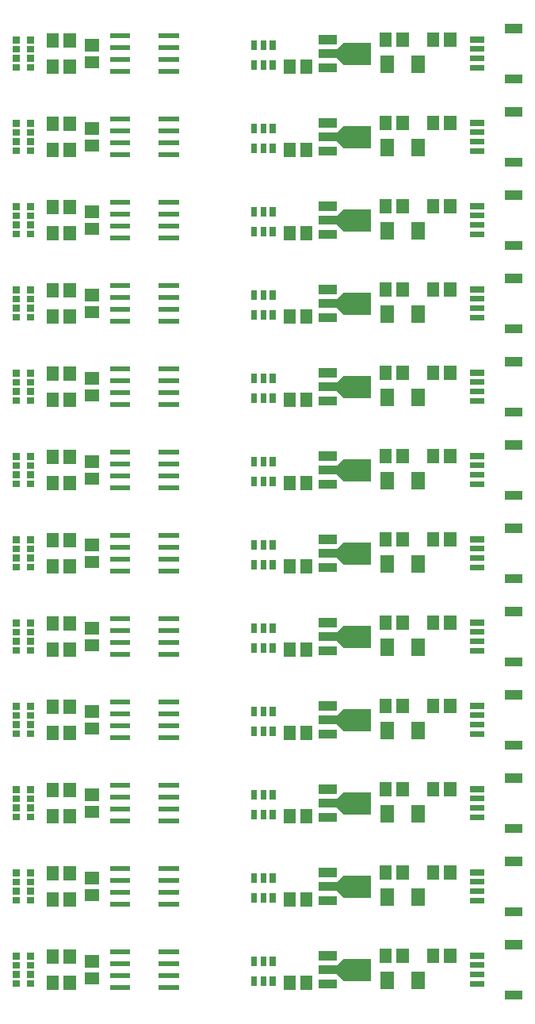
<source format=gbr>
G04 start of page 11 for group -4015 idx -4015 *
G04 Title: (unknown), toppaste *
G04 Creator: pcb 20140316 *
G04 CreationDate: Thu 20 Aug 2020 02:40:32 AM GMT UTC *
G04 For: railfan *
G04 Format: Gerber/RS-274X *
G04 PCB-Dimensions (mil): 2400.00 4300.00 *
G04 PCB-Coordinate-Origin: lower left *
%MOIN*%
%FSLAX25Y25*%
%LNTOPPASTE*%
%ADD74R,0.0200X0.0200*%
%ADD73C,0.0001*%
%ADD72R,0.0945X0.0945*%
%ADD71R,0.0378X0.0378*%
%ADD70R,0.0240X0.0240*%
%ADD69R,0.0384X0.0384*%
%ADD68R,0.0236X0.0236*%
%ADD67R,0.0512X0.0512*%
%ADD66R,0.0550X0.0550*%
G54D66*X183500Y404000D02*Y402000D01*
X170500Y404000D02*Y402000D01*
G54D67*X46107Y403957D02*X46893D01*
X46107Y411043D02*X46893D01*
X29957Y402393D02*Y401607D01*
X37043Y402393D02*Y401607D01*
X29957Y413393D02*Y412607D01*
X37043Y413393D02*Y412607D01*
G54D68*X206630Y401594D02*X210370D01*
X206630Y405531D02*X210370D01*
X206630Y409469D02*X210370D01*
X206630Y413406D02*X210370D01*
G54D69*X222132Y396919D02*X225380D01*
X222132Y418081D02*X225380D01*
G54D70*X122400Y411800D02*Y410200D01*
X118500Y411800D02*Y410200D01*
X114600Y411800D02*Y410200D01*
Y403600D02*Y402000D01*
X118500Y403600D02*Y402000D01*
X122400Y403600D02*Y402000D01*
G54D71*X143516Y413406D02*X147610D01*
X143516Y407500D02*X155326D01*
G54D72*X157060D02*X158950D01*
G54D73*G36*
X149495Y409385D02*X152335Y412225D01*
X153755Y410805D01*
X150915Y407965D01*
X149495Y409385D01*
G37*
G36*
X150915Y407035D02*X153755Y404195D01*
X152335Y402775D01*
X149495Y405615D01*
X150915Y407035D01*
G37*
G54D71*X143516Y401594D02*X147610D01*
G54D67*X136543Y402393D02*Y401607D01*
X129457Y402393D02*Y401607D01*
X169957Y413893D02*Y413107D01*
X177043Y413893D02*Y413107D01*
X189957Y413893D02*Y413107D01*
X197043Y413893D02*Y413107D01*
G54D74*X55000Y415000D02*X61500D01*
X55000Y410000D02*X61500D01*
X55000Y405000D02*X61500D01*
X55000Y400000D02*X61500D01*
X75500D02*X82000D01*
X75500Y405000D02*X82000D01*
X75500Y410000D02*X82000D01*
X75500Y415000D02*X82000D01*
G54D73*G36*
X19074Y403190D02*Y400354D01*
X21910D01*
Y403190D01*
X19074D01*
G37*
G36*
Y407008D02*Y404174D01*
X21910D01*
Y407008D01*
X19074D01*
G37*
G36*
Y410827D02*Y407992D01*
X21910D01*
Y410827D01*
X19074D01*
G37*
G36*
Y414646D02*Y411810D01*
X21910D01*
Y414646D01*
X19074D01*
G37*
G36*
X13090D02*Y411810D01*
X15926D01*
Y414646D01*
X13090D01*
G37*
G36*
Y410827D02*Y407992D01*
X15926D01*
Y410827D01*
X13090D01*
G37*
G36*
Y407008D02*Y404174D01*
X15926D01*
Y407008D01*
X13090D01*
G37*
G36*
Y403190D02*Y400354D01*
X15926D01*
Y403190D01*
X13090D01*
G37*
G54D66*X183500Y369000D02*Y367000D01*
X170500Y369000D02*Y367000D01*
G54D67*X46107Y368957D02*X46893D01*
X46107Y376043D02*X46893D01*
X29957Y367393D02*Y366607D01*
X37043Y367393D02*Y366607D01*
X29957Y378393D02*Y377607D01*
X37043Y378393D02*Y377607D01*
G54D68*X206630Y366594D02*X210370D01*
X206630Y370531D02*X210370D01*
X206630Y374469D02*X210370D01*
X206630Y378406D02*X210370D01*
G54D69*X222132Y361919D02*X225380D01*
X222132Y383081D02*X225380D01*
G54D70*X122400Y376800D02*Y375200D01*
X118500Y376800D02*Y375200D01*
X114600Y376800D02*Y375200D01*
Y368600D02*Y367000D01*
X118500Y368600D02*Y367000D01*
X122400Y368600D02*Y367000D01*
G54D71*X143516Y378406D02*X147610D01*
X143516Y372500D02*X155326D01*
G54D72*X157060D02*X158950D01*
G54D73*G36*
X149495Y374385D02*X152335Y377225D01*
X153755Y375805D01*
X150915Y372965D01*
X149495Y374385D01*
G37*
G36*
X150915Y372035D02*X153755Y369195D01*
X152335Y367775D01*
X149495Y370615D01*
X150915Y372035D01*
G37*
G54D71*X143516Y366594D02*X147610D01*
G54D67*X136543Y367393D02*Y366607D01*
X129457Y367393D02*Y366607D01*
X169957Y378893D02*Y378107D01*
X177043Y378893D02*Y378107D01*
X189957Y378893D02*Y378107D01*
X197043Y378893D02*Y378107D01*
G54D74*X55000Y380000D02*X61500D01*
X55000Y375000D02*X61500D01*
X55000Y370000D02*X61500D01*
X55000Y365000D02*X61500D01*
X75500D02*X82000D01*
X75500Y370000D02*X82000D01*
X75500Y375000D02*X82000D01*
X75500Y380000D02*X82000D01*
G54D73*G36*
X19074Y368190D02*Y365354D01*
X21910D01*
Y368190D01*
X19074D01*
G37*
G36*
Y372008D02*Y369174D01*
X21910D01*
Y372008D01*
X19074D01*
G37*
G36*
Y375826D02*Y372992D01*
X21910D01*
Y375826D01*
X19074D01*
G37*
G36*
Y379646D02*Y376810D01*
X21910D01*
Y379646D01*
X19074D01*
G37*
G36*
X13090D02*Y376810D01*
X15926D01*
Y379646D01*
X13090D01*
G37*
G36*
Y375826D02*Y372992D01*
X15926D01*
Y375826D01*
X13090D01*
G37*
G36*
Y372008D02*Y369174D01*
X15926D01*
Y372008D01*
X13090D01*
G37*
G36*
Y368190D02*Y365354D01*
X15926D01*
Y368190D01*
X13090D01*
G37*
G54D66*X183500Y334000D02*Y332000D01*
X170500Y334000D02*Y332000D01*
G54D67*X46107Y333957D02*X46893D01*
X46107Y341043D02*X46893D01*
X29957Y332393D02*Y331607D01*
X37043Y332393D02*Y331607D01*
X29957Y343393D02*Y342607D01*
X37043Y343393D02*Y342607D01*
G54D68*X206630Y331594D02*X210370D01*
X206630Y335531D02*X210370D01*
X206630Y339469D02*X210370D01*
X206630Y343406D02*X210370D01*
G54D69*X222132Y326919D02*X225380D01*
X222132Y348081D02*X225380D01*
G54D70*X122400Y341800D02*Y340200D01*
X118500Y341800D02*Y340200D01*
X114600Y341800D02*Y340200D01*
Y333600D02*Y332000D01*
X118500Y333600D02*Y332000D01*
X122400Y333600D02*Y332000D01*
G54D71*X143516Y343406D02*X147610D01*
X143516Y337500D02*X155326D01*
G54D72*X157060D02*X158950D01*
G54D73*G36*
X149495Y339385D02*X152335Y342225D01*
X153755Y340805D01*
X150915Y337965D01*
X149495Y339385D01*
G37*
G36*
X150915Y337035D02*X153755Y334195D01*
X152335Y332775D01*
X149495Y335615D01*
X150915Y337035D01*
G37*
G54D71*X143516Y331594D02*X147610D01*
G54D67*X136543Y332393D02*Y331607D01*
X129457Y332393D02*Y331607D01*
X169957Y343893D02*Y343107D01*
X177043Y343893D02*Y343107D01*
X189957Y343893D02*Y343107D01*
X197043Y343893D02*Y343107D01*
G54D74*X55000Y345000D02*X61500D01*
X55000Y340000D02*X61500D01*
X55000Y335000D02*X61500D01*
X55000Y330000D02*X61500D01*
X75500D02*X82000D01*
X75500Y335000D02*X82000D01*
X75500Y340000D02*X82000D01*
X75500Y345000D02*X82000D01*
G54D73*G36*
X19074Y333190D02*Y330354D01*
X21910D01*
Y333190D01*
X19074D01*
G37*
G36*
Y337008D02*Y334174D01*
X21910D01*
Y337008D01*
X19074D01*
G37*
G36*
Y340826D02*Y337992D01*
X21910D01*
Y340826D01*
X19074D01*
G37*
G36*
Y344646D02*Y341810D01*
X21910D01*
Y344646D01*
X19074D01*
G37*
G36*
X13090D02*Y341810D01*
X15926D01*
Y344646D01*
X13090D01*
G37*
G36*
Y340826D02*Y337992D01*
X15926D01*
Y340826D01*
X13090D01*
G37*
G36*
Y337008D02*Y334174D01*
X15926D01*
Y337008D01*
X13090D01*
G37*
G36*
Y333190D02*Y330354D01*
X15926D01*
Y333190D01*
X13090D01*
G37*
G54D66*X183500Y299000D02*Y297000D01*
X170500Y299000D02*Y297000D01*
G54D67*X46107Y298957D02*X46893D01*
X46107Y306043D02*X46893D01*
X29957Y297393D02*Y296607D01*
X37043Y297393D02*Y296607D01*
X29957Y308393D02*Y307607D01*
X37043Y308393D02*Y307607D01*
G54D68*X206630Y296594D02*X210370D01*
X206630Y300531D02*X210370D01*
X206630Y304469D02*X210370D01*
X206630Y308406D02*X210370D01*
G54D69*X222132Y291919D02*X225380D01*
X222132Y313081D02*X225380D01*
G54D70*X122400Y306800D02*Y305200D01*
X118500Y306800D02*Y305200D01*
X114600Y306800D02*Y305200D01*
Y298600D02*Y297000D01*
X118500Y298600D02*Y297000D01*
X122400Y298600D02*Y297000D01*
G54D71*X143516Y308406D02*X147610D01*
X143516Y302500D02*X155326D01*
G54D72*X157060D02*X158950D01*
G54D73*G36*
X149495Y304385D02*X152335Y307225D01*
X153755Y305805D01*
X150915Y302965D01*
X149495Y304385D01*
G37*
G36*
X150915Y302035D02*X153755Y299195D01*
X152335Y297775D01*
X149495Y300615D01*
X150915Y302035D01*
G37*
G54D71*X143516Y296594D02*X147610D01*
G54D67*X136543Y297393D02*Y296607D01*
X129457Y297393D02*Y296607D01*
X169957Y308893D02*Y308107D01*
X177043Y308893D02*Y308107D01*
X189957Y308893D02*Y308107D01*
X197043Y308893D02*Y308107D01*
G54D74*X55000Y310000D02*X61500D01*
X55000Y305000D02*X61500D01*
X55000Y300000D02*X61500D01*
X55000Y295000D02*X61500D01*
X75500D02*X82000D01*
X75500Y300000D02*X82000D01*
X75500Y305000D02*X82000D01*
X75500Y310000D02*X82000D01*
G54D73*G36*
X19074Y298190D02*Y295354D01*
X21910D01*
Y298190D01*
X19074D01*
G37*
G36*
Y302008D02*Y299174D01*
X21910D01*
Y302008D01*
X19074D01*
G37*
G36*
Y305826D02*Y302992D01*
X21910D01*
Y305826D01*
X19074D01*
G37*
G36*
Y309646D02*Y306810D01*
X21910D01*
Y309646D01*
X19074D01*
G37*
G36*
X13090D02*Y306810D01*
X15926D01*
Y309646D01*
X13090D01*
G37*
G36*
Y305826D02*Y302992D01*
X15926D01*
Y305826D01*
X13090D01*
G37*
G36*
Y302008D02*Y299174D01*
X15926D01*
Y302008D01*
X13090D01*
G37*
G36*
Y298190D02*Y295354D01*
X15926D01*
Y298190D01*
X13090D01*
G37*
G54D66*X183500Y264000D02*Y262000D01*
X170500Y264000D02*Y262000D01*
G54D67*X46107Y263957D02*X46893D01*
X46107Y271043D02*X46893D01*
X29957Y262393D02*Y261607D01*
X37043Y262393D02*Y261607D01*
X29957Y273393D02*Y272607D01*
X37043Y273393D02*Y272607D01*
G54D68*X206630Y261594D02*X210370D01*
X206630Y265531D02*X210370D01*
X206630Y269469D02*X210370D01*
X206630Y273406D02*X210370D01*
G54D69*X222132Y256919D02*X225380D01*
X222132Y278081D02*X225380D01*
G54D70*X122400Y271800D02*Y270200D01*
X118500Y271800D02*Y270200D01*
X114600Y271800D02*Y270200D01*
Y263600D02*Y262000D01*
X118500Y263600D02*Y262000D01*
X122400Y263600D02*Y262000D01*
G54D71*X143516Y273406D02*X147610D01*
X143516Y267500D02*X155326D01*
G54D72*X157060D02*X158950D01*
G54D73*G36*
X149495Y269385D02*X152335Y272225D01*
X153755Y270805D01*
X150915Y267965D01*
X149495Y269385D01*
G37*
G36*
X150915Y267035D02*X153755Y264195D01*
X152335Y262775D01*
X149495Y265615D01*
X150915Y267035D01*
G37*
G54D71*X143516Y261594D02*X147610D01*
G54D67*X136543Y262393D02*Y261607D01*
X129457Y262393D02*Y261607D01*
X169957Y273893D02*Y273107D01*
X177043Y273893D02*Y273107D01*
X189957Y273893D02*Y273107D01*
X197043Y273893D02*Y273107D01*
G54D74*X55000Y275000D02*X61500D01*
X55000Y270000D02*X61500D01*
X55000Y265000D02*X61500D01*
X55000Y260000D02*X61500D01*
X75500D02*X82000D01*
X75500Y265000D02*X82000D01*
X75500Y270000D02*X82000D01*
X75500Y275000D02*X82000D01*
G54D73*G36*
X19074Y263190D02*Y260354D01*
X21910D01*
Y263190D01*
X19074D01*
G37*
G36*
Y267008D02*Y264174D01*
X21910D01*
Y267008D01*
X19074D01*
G37*
G36*
Y270826D02*Y267992D01*
X21910D01*
Y270826D01*
X19074D01*
G37*
G36*
Y274646D02*Y271810D01*
X21910D01*
Y274646D01*
X19074D01*
G37*
G36*
X13090D02*Y271810D01*
X15926D01*
Y274646D01*
X13090D01*
G37*
G36*
Y270826D02*Y267992D01*
X15926D01*
Y270826D01*
X13090D01*
G37*
G36*
Y267008D02*Y264174D01*
X15926D01*
Y267008D01*
X13090D01*
G37*
G36*
Y263190D02*Y260354D01*
X15926D01*
Y263190D01*
X13090D01*
G37*
G54D66*X183500Y229000D02*Y227000D01*
X170500Y229000D02*Y227000D01*
G54D67*X46107Y228957D02*X46893D01*
X46107Y236043D02*X46893D01*
X29957Y227393D02*Y226607D01*
X37043Y227393D02*Y226607D01*
X29957Y238393D02*Y237607D01*
X37043Y238393D02*Y237607D01*
G54D68*X206630Y226594D02*X210370D01*
X206630Y230531D02*X210370D01*
X206630Y234469D02*X210370D01*
X206630Y238406D02*X210370D01*
G54D69*X222132Y221919D02*X225380D01*
X222132Y243081D02*X225380D01*
G54D70*X122400Y236800D02*Y235200D01*
X118500Y236800D02*Y235200D01*
X114600Y236800D02*Y235200D01*
Y228600D02*Y227000D01*
X118500Y228600D02*Y227000D01*
X122400Y228600D02*Y227000D01*
G54D71*X143516Y238406D02*X147610D01*
X143516Y232500D02*X155326D01*
G54D72*X157060D02*X158950D01*
G54D73*G36*
X149495Y234385D02*X152335Y237225D01*
X153755Y235805D01*
X150915Y232965D01*
X149495Y234385D01*
G37*
G36*
X150915Y232035D02*X153755Y229195D01*
X152335Y227775D01*
X149495Y230615D01*
X150915Y232035D01*
G37*
G54D71*X143516Y226594D02*X147610D01*
G54D67*X136543Y227393D02*Y226607D01*
X129457Y227393D02*Y226607D01*
X169957Y238893D02*Y238107D01*
X177043Y238893D02*Y238107D01*
X189957Y238893D02*Y238107D01*
X197043Y238893D02*Y238107D01*
G54D74*X55000Y240000D02*X61500D01*
X55000Y235000D02*X61500D01*
X55000Y230000D02*X61500D01*
X55000Y225000D02*X61500D01*
X75500D02*X82000D01*
X75500Y230000D02*X82000D01*
X75500Y235000D02*X82000D01*
X75500Y240000D02*X82000D01*
G54D73*G36*
X19074Y228190D02*Y225354D01*
X21910D01*
Y228190D01*
X19074D01*
G37*
G36*
Y232008D02*Y229174D01*
X21910D01*
Y232008D01*
X19074D01*
G37*
G36*
Y235826D02*Y232992D01*
X21910D01*
Y235826D01*
X19074D01*
G37*
G36*
Y239646D02*Y236810D01*
X21910D01*
Y239646D01*
X19074D01*
G37*
G36*
X13090D02*Y236810D01*
X15926D01*
Y239646D01*
X13090D01*
G37*
G36*
Y235826D02*Y232992D01*
X15926D01*
Y235826D01*
X13090D01*
G37*
G36*
Y232008D02*Y229174D01*
X15926D01*
Y232008D01*
X13090D01*
G37*
G36*
Y228190D02*Y225354D01*
X15926D01*
Y228190D01*
X13090D01*
G37*
G54D66*X183500Y194000D02*Y192000D01*
X170500Y194000D02*Y192000D01*
G54D67*X46107Y193957D02*X46893D01*
X46107Y201043D02*X46893D01*
X29957Y192393D02*Y191607D01*
X37043Y192393D02*Y191607D01*
X29957Y203393D02*Y202607D01*
X37043Y203393D02*Y202607D01*
G54D68*X206630Y191594D02*X210370D01*
X206630Y195531D02*X210370D01*
X206630Y199469D02*X210370D01*
X206630Y203406D02*X210370D01*
G54D69*X222132Y186919D02*X225380D01*
X222132Y208081D02*X225380D01*
G54D70*X122400Y201800D02*Y200200D01*
X118500Y201800D02*Y200200D01*
X114600Y201800D02*Y200200D01*
Y193600D02*Y192000D01*
X118500Y193600D02*Y192000D01*
X122400Y193600D02*Y192000D01*
G54D71*X143516Y203406D02*X147610D01*
X143516Y197500D02*X155326D01*
G54D72*X157060D02*X158950D01*
G54D73*G36*
X149495Y199385D02*X152335Y202225D01*
X153755Y200805D01*
X150915Y197965D01*
X149495Y199385D01*
G37*
G36*
X150915Y197035D02*X153755Y194195D01*
X152335Y192775D01*
X149495Y195615D01*
X150915Y197035D01*
G37*
G54D71*X143516Y191594D02*X147610D01*
G54D67*X136543Y192393D02*Y191607D01*
X129457Y192393D02*Y191607D01*
X169957Y203893D02*Y203107D01*
X177043Y203893D02*Y203107D01*
X189957Y203893D02*Y203107D01*
X197043Y203893D02*Y203107D01*
G54D74*X55000Y205000D02*X61500D01*
X55000Y200000D02*X61500D01*
X55000Y195000D02*X61500D01*
X55000Y190000D02*X61500D01*
X75500D02*X82000D01*
X75500Y195000D02*X82000D01*
X75500Y200000D02*X82000D01*
X75500Y205000D02*X82000D01*
G54D73*G36*
X19074Y193190D02*Y190354D01*
X21910D01*
Y193190D01*
X19074D01*
G37*
G36*
Y197008D02*Y194174D01*
X21910D01*
Y197008D01*
X19074D01*
G37*
G36*
Y200826D02*Y197992D01*
X21910D01*
Y200826D01*
X19074D01*
G37*
G36*
Y204646D02*Y201810D01*
X21910D01*
Y204646D01*
X19074D01*
G37*
G36*
X13090D02*Y201810D01*
X15926D01*
Y204646D01*
X13090D01*
G37*
G36*
Y200826D02*Y197992D01*
X15926D01*
Y200826D01*
X13090D01*
G37*
G36*
Y197008D02*Y194174D01*
X15926D01*
Y197008D01*
X13090D01*
G37*
G36*
Y193190D02*Y190354D01*
X15926D01*
Y193190D01*
X13090D01*
G37*
G54D66*X183500Y159000D02*Y157000D01*
X170500Y159000D02*Y157000D01*
G54D67*X46107Y158957D02*X46893D01*
X46107Y166043D02*X46893D01*
X29957Y157393D02*Y156607D01*
X37043Y157393D02*Y156607D01*
X29957Y168393D02*Y167607D01*
X37043Y168393D02*Y167607D01*
G54D68*X206630Y156594D02*X210370D01*
X206630Y160531D02*X210370D01*
X206630Y164469D02*X210370D01*
X206630Y168406D02*X210370D01*
G54D69*X222132Y151919D02*X225380D01*
X222132Y173081D02*X225380D01*
G54D70*X122400Y166800D02*Y165200D01*
X118500Y166800D02*Y165200D01*
X114600Y166800D02*Y165200D01*
Y158600D02*Y157000D01*
X118500Y158600D02*Y157000D01*
X122400Y158600D02*Y157000D01*
G54D71*X143516Y168406D02*X147610D01*
X143516Y162500D02*X155326D01*
G54D72*X157060D02*X158950D01*
G54D73*G36*
X149495Y164385D02*X152335Y167225D01*
X153755Y165805D01*
X150915Y162965D01*
X149495Y164385D01*
G37*
G36*
X150915Y162035D02*X153755Y159195D01*
X152335Y157775D01*
X149495Y160615D01*
X150915Y162035D01*
G37*
G54D71*X143516Y156594D02*X147610D01*
G54D67*X136543Y157393D02*Y156607D01*
X129457Y157393D02*Y156607D01*
X169957Y168893D02*Y168107D01*
X177043Y168893D02*Y168107D01*
X189957Y168893D02*Y168107D01*
X197043Y168893D02*Y168107D01*
G54D74*X55000Y170000D02*X61500D01*
X55000Y165000D02*X61500D01*
X55000Y160000D02*X61500D01*
X55000Y155000D02*X61500D01*
X75500D02*X82000D01*
X75500Y160000D02*X82000D01*
X75500Y165000D02*X82000D01*
X75500Y170000D02*X82000D01*
G54D73*G36*
X19074Y158190D02*Y155354D01*
X21910D01*
Y158190D01*
X19074D01*
G37*
G36*
Y162008D02*Y159174D01*
X21910D01*
Y162008D01*
X19074D01*
G37*
G36*
Y165826D02*Y162992D01*
X21910D01*
Y165826D01*
X19074D01*
G37*
G36*
Y169646D02*Y166810D01*
X21910D01*
Y169646D01*
X19074D01*
G37*
G36*
X13090D02*Y166810D01*
X15926D01*
Y169646D01*
X13090D01*
G37*
G36*
Y165826D02*Y162992D01*
X15926D01*
Y165826D01*
X13090D01*
G37*
G36*
Y162008D02*Y159174D01*
X15926D01*
Y162008D01*
X13090D01*
G37*
G36*
Y158190D02*Y155354D01*
X15926D01*
Y158190D01*
X13090D01*
G37*
G54D66*X183500Y124000D02*Y122000D01*
X170500Y124000D02*Y122000D01*
G54D67*X46107Y123957D02*X46893D01*
X46107Y131043D02*X46893D01*
X29957Y122393D02*Y121607D01*
X37043Y122393D02*Y121607D01*
X29957Y133393D02*Y132607D01*
X37043Y133393D02*Y132607D01*
G54D68*X206630Y121594D02*X210370D01*
X206630Y125531D02*X210370D01*
X206630Y129469D02*X210370D01*
X206630Y133406D02*X210370D01*
G54D69*X222132Y116919D02*X225380D01*
X222132Y138081D02*X225380D01*
G54D70*X122400Y131800D02*Y130200D01*
X118500Y131800D02*Y130200D01*
X114600Y131800D02*Y130200D01*
Y123600D02*Y122000D01*
X118500Y123600D02*Y122000D01*
X122400Y123600D02*Y122000D01*
G54D71*X143516Y133406D02*X147610D01*
X143516Y127500D02*X155326D01*
G54D72*X157060D02*X158950D01*
G54D73*G36*
X149495Y129385D02*X152335Y132225D01*
X153755Y130805D01*
X150915Y127965D01*
X149495Y129385D01*
G37*
G36*
X150915Y127035D02*X153755Y124195D01*
X152335Y122775D01*
X149495Y125615D01*
X150915Y127035D01*
G37*
G54D71*X143516Y121594D02*X147610D01*
G54D67*X136543Y122393D02*Y121607D01*
X129457Y122393D02*Y121607D01*
X169957Y133893D02*Y133107D01*
X177043Y133893D02*Y133107D01*
X189957Y133893D02*Y133107D01*
X197043Y133893D02*Y133107D01*
G54D74*X55000Y135000D02*X61500D01*
X55000Y130000D02*X61500D01*
X55000Y125000D02*X61500D01*
X55000Y120000D02*X61500D01*
X75500D02*X82000D01*
X75500Y125000D02*X82000D01*
X75500Y130000D02*X82000D01*
X75500Y135000D02*X82000D01*
G54D73*G36*
X19074Y123190D02*Y120354D01*
X21910D01*
Y123190D01*
X19074D01*
G37*
G36*
Y127008D02*Y124173D01*
X21910D01*
Y127008D01*
X19074D01*
G37*
G36*
Y130827D02*Y127992D01*
X21910D01*
Y130827D01*
X19074D01*
G37*
G36*
Y134646D02*Y131810D01*
X21910D01*
Y134646D01*
X19074D01*
G37*
G36*
X13090D02*Y131810D01*
X15926D01*
Y134646D01*
X13090D01*
G37*
G36*
Y130827D02*Y127992D01*
X15926D01*
Y130827D01*
X13090D01*
G37*
G36*
Y127008D02*Y124173D01*
X15926D01*
Y127008D01*
X13090D01*
G37*
G36*
Y123190D02*Y120354D01*
X15926D01*
Y123190D01*
X13090D01*
G37*
G54D66*X183500Y89000D02*Y87000D01*
X170500Y89000D02*Y87000D01*
G54D67*X46107Y88957D02*X46893D01*
X46107Y96043D02*X46893D01*
X29957Y87393D02*Y86607D01*
X37043Y87393D02*Y86607D01*
X29957Y98393D02*Y97607D01*
X37043Y98393D02*Y97607D01*
G54D68*X206630Y86594D02*X210370D01*
X206630Y90531D02*X210370D01*
X206630Y94469D02*X210370D01*
X206630Y98406D02*X210370D01*
G54D69*X222132Y81919D02*X225380D01*
X222132Y103081D02*X225380D01*
G54D70*X122400Y96800D02*Y95200D01*
X118500Y96800D02*Y95200D01*
X114600Y96800D02*Y95200D01*
Y88600D02*Y87000D01*
X118500Y88600D02*Y87000D01*
X122400Y88600D02*Y87000D01*
G54D71*X143516Y98406D02*X147610D01*
X143516Y92500D02*X155326D01*
G54D72*X157060D02*X158950D01*
G54D73*G36*
X149495Y94385D02*X152335Y97225D01*
X153755Y95805D01*
X150915Y92965D01*
X149495Y94385D01*
G37*
G36*
X150915Y92035D02*X153755Y89195D01*
X152335Y87775D01*
X149495Y90615D01*
X150915Y92035D01*
G37*
G54D71*X143516Y86594D02*X147610D01*
G54D67*X136543Y87393D02*Y86607D01*
X129457Y87393D02*Y86607D01*
X169957Y98893D02*Y98107D01*
X177043Y98893D02*Y98107D01*
X189957Y98893D02*Y98107D01*
X197043Y98893D02*Y98107D01*
G54D74*X55000Y100000D02*X61500D01*
X55000Y95000D02*X61500D01*
X55000Y90000D02*X61500D01*
X55000Y85000D02*X61500D01*
X75500D02*X82000D01*
X75500Y90000D02*X82000D01*
X75500Y95000D02*X82000D01*
X75500Y100000D02*X82000D01*
G54D73*G36*
X19074Y88190D02*Y85354D01*
X21910D01*
Y88190D01*
X19074D01*
G37*
G36*
Y92008D02*Y89174D01*
X21910D01*
Y92008D01*
X19074D01*
G37*
G36*
Y95826D02*Y92992D01*
X21910D01*
Y95826D01*
X19074D01*
G37*
G36*
Y99646D02*Y96810D01*
X21910D01*
Y99646D01*
X19074D01*
G37*
G36*
X13090D02*Y96810D01*
X15926D01*
Y99646D01*
X13090D01*
G37*
G36*
Y95826D02*Y92992D01*
X15926D01*
Y95826D01*
X13090D01*
G37*
G36*
Y92008D02*Y89174D01*
X15926D01*
Y92008D01*
X13090D01*
G37*
G36*
Y88190D02*Y85354D01*
X15926D01*
Y88190D01*
X13090D01*
G37*
G54D66*X183500Y54000D02*Y52000D01*
X170500Y54000D02*Y52000D01*
G54D67*X46107Y53957D02*X46893D01*
X46107Y61043D02*X46893D01*
X29957Y52393D02*Y51607D01*
X37043Y52393D02*Y51607D01*
X29957Y63393D02*Y62607D01*
X37043Y63393D02*Y62607D01*
G54D68*X206630Y51594D02*X210370D01*
X206630Y55531D02*X210370D01*
X206630Y59469D02*X210370D01*
X206630Y63406D02*X210370D01*
G54D69*X222132Y46919D02*X225380D01*
X222132Y68081D02*X225380D01*
G54D70*X122400Y61800D02*Y60200D01*
X118500Y61800D02*Y60200D01*
X114600Y61800D02*Y60200D01*
Y53600D02*Y52000D01*
X118500Y53600D02*Y52000D01*
X122400Y53600D02*Y52000D01*
G54D71*X143516Y63406D02*X147610D01*
X143516Y57500D02*X155326D01*
G54D72*X157060D02*X158950D01*
G54D73*G36*
X149495Y59385D02*X152335Y62225D01*
X153755Y60805D01*
X150915Y57965D01*
X149495Y59385D01*
G37*
G36*
X150915Y57035D02*X153755Y54195D01*
X152335Y52775D01*
X149495Y55615D01*
X150915Y57035D01*
G37*
G54D71*X143516Y51594D02*X147610D01*
G54D67*X136543Y52393D02*Y51607D01*
X129457Y52393D02*Y51607D01*
X169957Y63893D02*Y63107D01*
X177043Y63893D02*Y63107D01*
X189957Y63893D02*Y63107D01*
X197043Y63893D02*Y63107D01*
G54D74*X55000Y65000D02*X61500D01*
X55000Y60000D02*X61500D01*
X55000Y55000D02*X61500D01*
X55000Y50000D02*X61500D01*
X75500D02*X82000D01*
X75500Y55000D02*X82000D01*
X75500Y60000D02*X82000D01*
X75500Y65000D02*X82000D01*
G54D73*G36*
X19074Y53190D02*Y50354D01*
X21910D01*
Y53190D01*
X19074D01*
G37*
G36*
Y57008D02*Y54174D01*
X21910D01*
Y57008D01*
X19074D01*
G37*
G36*
Y60826D02*Y57992D01*
X21910D01*
Y60826D01*
X19074D01*
G37*
G36*
Y64646D02*Y61810D01*
X21910D01*
Y64646D01*
X19074D01*
G37*
G36*
X13090D02*Y61810D01*
X15926D01*
Y64646D01*
X13090D01*
G37*
G36*
Y60826D02*Y57992D01*
X15926D01*
Y60826D01*
X13090D01*
G37*
G36*
Y57008D02*Y54174D01*
X15926D01*
Y57008D01*
X13090D01*
G37*
G36*
Y53190D02*Y50354D01*
X15926D01*
Y53190D01*
X13090D01*
G37*
G54D66*X183500Y19000D02*Y17000D01*
X170500Y19000D02*Y17000D01*
G54D67*X46107Y18957D02*X46893D01*
X46107Y26043D02*X46893D01*
X29957Y17393D02*Y16607D01*
X37043Y17393D02*Y16607D01*
X29957Y28393D02*Y27607D01*
X37043Y28393D02*Y27607D01*
G54D68*X206630Y16594D02*X210370D01*
X206630Y20531D02*X210370D01*
X206630Y24469D02*X210370D01*
X206630Y28406D02*X210370D01*
G54D69*X222132Y11919D02*X225380D01*
X222132Y33081D02*X225380D01*
G54D70*X122400Y26800D02*Y25200D01*
X118500Y26800D02*Y25200D01*
X114600Y26800D02*Y25200D01*
Y18600D02*Y17000D01*
X118500Y18600D02*Y17000D01*
X122400Y18600D02*Y17000D01*
G54D71*X143516Y28406D02*X147610D01*
X143516Y22500D02*X155326D01*
G54D72*X157060D02*X158950D01*
G54D73*G36*
X149495Y24385D02*X152335Y27225D01*
X153755Y25805D01*
X150915Y22965D01*
X149495Y24385D01*
G37*
G36*
X150915Y22035D02*X153755Y19195D01*
X152335Y17775D01*
X149495Y20615D01*
X150915Y22035D01*
G37*
G54D71*X143516Y16594D02*X147610D01*
G54D67*X136543Y17393D02*Y16607D01*
X129457Y17393D02*Y16607D01*
X169957Y28893D02*Y28107D01*
X177043Y28893D02*Y28107D01*
X189957Y28893D02*Y28107D01*
X197043Y28893D02*Y28107D01*
G54D74*X55000Y30000D02*X61500D01*
X55000Y25000D02*X61500D01*
X55000Y20000D02*X61500D01*
X55000Y15000D02*X61500D01*
X75500D02*X82000D01*
X75500Y20000D02*X82000D01*
X75500Y25000D02*X82000D01*
X75500Y30000D02*X82000D01*
G54D73*G36*
X19074Y18190D02*Y15354D01*
X21910D01*
Y18190D01*
X19074D01*
G37*
G36*
Y22008D02*Y19174D01*
X21910D01*
Y22008D01*
X19074D01*
G37*
G36*
Y25826D02*Y22992D01*
X21910D01*
Y25826D01*
X19074D01*
G37*
G36*
Y29646D02*Y26810D01*
X21910D01*
Y29646D01*
X19074D01*
G37*
G36*
X13090D02*Y26810D01*
X15926D01*
Y29646D01*
X13090D01*
G37*
G36*
Y25826D02*Y22992D01*
X15926D01*
Y25826D01*
X13090D01*
G37*
G36*
Y22008D02*Y19174D01*
X15926D01*
Y22008D01*
X13090D01*
G37*
G36*
Y18190D02*Y15354D01*
X15926D01*
Y18190D01*
X13090D01*
G37*
M02*

</source>
